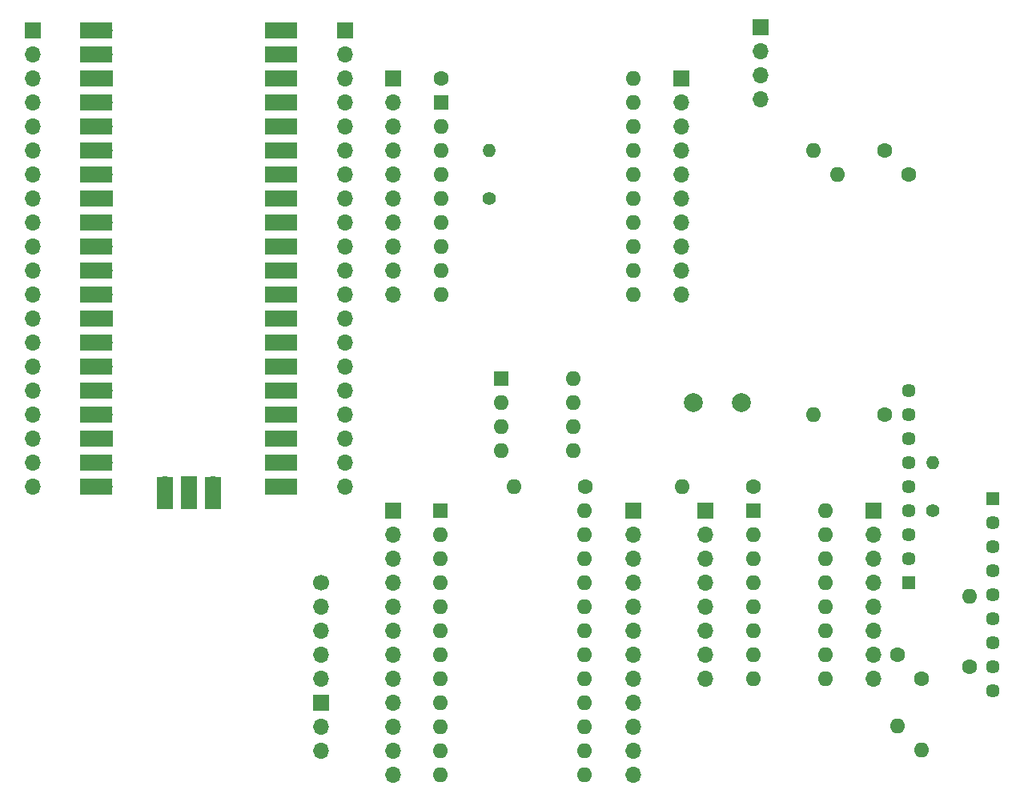
<source format=gbr>
%TF.GenerationSoftware,KiCad,Pcbnew,(6.0.7)*%
%TF.CreationDate,2022-09-18T20:43:17-07:00*%
%TF.ProjectId,module_board,6d6f6475-6c65-45f6-926f-6172642e6b69,rev?*%
%TF.SameCoordinates,Original*%
%TF.FileFunction,Soldermask,Top*%
%TF.FilePolarity,Negative*%
%FSLAX46Y46*%
G04 Gerber Fmt 4.6, Leading zero omitted, Abs format (unit mm)*
G04 Created by KiCad (PCBNEW (6.0.7)) date 2022-09-18 20:43:17*
%MOMM*%
%LPD*%
G01*
G04 APERTURE LIST*
%ADD10R,1.600000X1.600000*%
%ADD11O,1.600000X1.600000*%
%ADD12C,1.600000*%
%ADD13R,1.700000X1.700000*%
%ADD14O,1.700000X1.700000*%
%ADD15C,1.700000*%
%ADD16R,1.700000X3.500000*%
%ADD17R,3.500000X1.700000*%
%ADD18C,1.450000*%
%ADD19R,1.450000X1.450000*%
%ADD20O,1.400000X1.400000*%
%ADD21C,1.400000*%
%ADD22C,2.000000*%
G04 APERTURE END LIST*
D10*
%TO.C,U4*%
X148585000Y-93980000D03*
D11*
X148585000Y-96520000D03*
X148585000Y-99060000D03*
X148585000Y-101600000D03*
X148585000Y-104140000D03*
X148585000Y-106680000D03*
X148585000Y-109220000D03*
X148585000Y-111760000D03*
X148585000Y-114300000D03*
X148585000Y-116840000D03*
X148585000Y-119380000D03*
X148585000Y-121920000D03*
X163825000Y-121920000D03*
X163825000Y-119380000D03*
X163825000Y-116840000D03*
X163825000Y-114300000D03*
X163825000Y-111760000D03*
X163825000Y-109220000D03*
X163825000Y-106680000D03*
X163825000Y-104140000D03*
X163825000Y-101600000D03*
X163825000Y-99060000D03*
X163825000Y-96520000D03*
X163825000Y-93980000D03*
%TD*%
D12*
%TO.C,C1*%
X163830000Y-91440000D03*
D11*
X156330000Y-91440000D03*
%TD*%
D10*
%TO.C,U2*%
X154950000Y-80020000D03*
D11*
X154950000Y-82560000D03*
X154950000Y-85100000D03*
X154950000Y-87640000D03*
X162570000Y-87640000D03*
X162570000Y-85100000D03*
X162570000Y-82560000D03*
X162570000Y-80020000D03*
%TD*%
D13*
%TO.C,J7*%
X168910000Y-93980000D03*
D14*
X168910000Y-96520000D03*
X168910000Y-99060000D03*
X168910000Y-101600000D03*
X168910000Y-104140000D03*
X168910000Y-106680000D03*
X168910000Y-109220000D03*
X168910000Y-111760000D03*
X168910000Y-114300000D03*
X168910000Y-116840000D03*
X168910000Y-119380000D03*
X168910000Y-121920000D03*
%TD*%
D13*
%TO.C,J6*%
X143510000Y-93980000D03*
D14*
X143510000Y-96520000D03*
X143510000Y-99060000D03*
X143510000Y-101600000D03*
X143510000Y-104140000D03*
X143510000Y-106680000D03*
X143510000Y-109220000D03*
X143510000Y-111760000D03*
X143510000Y-114300000D03*
X143510000Y-116840000D03*
X143510000Y-119380000D03*
X143510000Y-121920000D03*
%TD*%
D15*
%TO.C,J2*%
X135890000Y-101600000D03*
D14*
X135890000Y-104140000D03*
X135890000Y-106680000D03*
X135890000Y-109220000D03*
X135890000Y-111760000D03*
D13*
X135890000Y-114300000D03*
D14*
X135890000Y-116840000D03*
X135890000Y-119380000D03*
%TD*%
%TO.C,J4*%
X143515000Y-71120000D03*
X143515000Y-68580000D03*
X143515000Y-66040000D03*
X143515000Y-63500000D03*
X143515000Y-60960000D03*
X143515000Y-58420000D03*
X143515000Y-55880000D03*
X143515000Y-53340000D03*
X143515000Y-50800000D03*
D13*
X143515000Y-48260000D03*
%TD*%
D12*
%TO.C,U3*%
X148595000Y-48260000D03*
D10*
X148595000Y-50800000D03*
D11*
X148595000Y-53340000D03*
X148595000Y-55880000D03*
X148595000Y-58420000D03*
X148595000Y-60960000D03*
X148595000Y-63500000D03*
X148595000Y-66040000D03*
X148595000Y-68580000D03*
X148595000Y-71120000D03*
X168915000Y-71120000D03*
X168915000Y-68580000D03*
X168915000Y-66040000D03*
X168915000Y-63500000D03*
X168915000Y-60960000D03*
X168915000Y-58420000D03*
X168915000Y-55880000D03*
X168915000Y-53340000D03*
X168915000Y-50800000D03*
X168915000Y-48260000D03*
%TD*%
D14*
%TO.C,J5*%
X173995000Y-71120000D03*
X173995000Y-68580000D03*
X173995000Y-66040000D03*
X173995000Y-63500000D03*
X173995000Y-60960000D03*
X173995000Y-58420000D03*
X173995000Y-55880000D03*
X173995000Y-53340000D03*
X173995000Y-50800000D03*
D13*
X173995000Y-48260000D03*
%TD*%
D16*
%TO.C,U1*%
X124460000Y-92110000D03*
D14*
X124460000Y-91210000D03*
D16*
X121920000Y-92110000D03*
D13*
X121920000Y-91210000D03*
D14*
X119380000Y-91210000D03*
D16*
X119380000Y-92110000D03*
D17*
X131710000Y-43180000D03*
D14*
X130810000Y-43180000D03*
X130810000Y-45720000D03*
D17*
X131710000Y-45720000D03*
D13*
X130810000Y-48260000D03*
D17*
X131710000Y-48260000D03*
D14*
X130810000Y-50800000D03*
D17*
X131710000Y-50800000D03*
X131710000Y-53340000D03*
D14*
X130810000Y-53340000D03*
X130810000Y-55880000D03*
D17*
X131710000Y-55880000D03*
D14*
X130810000Y-58420000D03*
D17*
X131710000Y-58420000D03*
D13*
X130810000Y-60960000D03*
D17*
X131710000Y-60960000D03*
X131710000Y-63500000D03*
D14*
X130810000Y-63500000D03*
D17*
X131710000Y-66040000D03*
D14*
X130810000Y-66040000D03*
X130810000Y-68580000D03*
D17*
X131710000Y-68580000D03*
X131710000Y-71120000D03*
D14*
X130810000Y-71120000D03*
D17*
X131710000Y-73660000D03*
D13*
X130810000Y-73660000D03*
D17*
X131710000Y-76200000D03*
D14*
X130810000Y-76200000D03*
X130810000Y-78740000D03*
D17*
X131710000Y-78740000D03*
D14*
X130810000Y-81280000D03*
D17*
X131710000Y-81280000D03*
X131710000Y-83820000D03*
D14*
X130810000Y-83820000D03*
D13*
X130810000Y-86360000D03*
D17*
X131710000Y-86360000D03*
D14*
X130810000Y-88900000D03*
D17*
X131710000Y-88900000D03*
D14*
X130810000Y-91440000D03*
D17*
X131710000Y-91440000D03*
D14*
X113030000Y-91440000D03*
D17*
X112130000Y-91440000D03*
X112130000Y-88900000D03*
D14*
X113030000Y-88900000D03*
D13*
X113030000Y-86360000D03*
D17*
X112130000Y-86360000D03*
D14*
X113030000Y-83820000D03*
D17*
X112130000Y-83820000D03*
D14*
X113030000Y-81280000D03*
D17*
X112130000Y-81280000D03*
X112130000Y-78740000D03*
D14*
X113030000Y-78740000D03*
X113030000Y-76200000D03*
D17*
X112130000Y-76200000D03*
X112130000Y-73660000D03*
D13*
X113030000Y-73660000D03*
D17*
X112130000Y-71120000D03*
D14*
X113030000Y-71120000D03*
X113030000Y-68580000D03*
D17*
X112130000Y-68580000D03*
X112130000Y-66040000D03*
D14*
X113030000Y-66040000D03*
X113030000Y-63500000D03*
D17*
X112130000Y-63500000D03*
X112130000Y-60960000D03*
D13*
X113030000Y-60960000D03*
D14*
X113030000Y-58420000D03*
D17*
X112130000Y-58420000D03*
X112130000Y-55880000D03*
D14*
X113030000Y-55880000D03*
D17*
X112130000Y-53340000D03*
D14*
X113030000Y-53340000D03*
D17*
X112130000Y-50800000D03*
D14*
X113030000Y-50800000D03*
D13*
X113030000Y-48260000D03*
D17*
X112130000Y-48260000D03*
X112130000Y-45720000D03*
D14*
X113030000Y-45720000D03*
D17*
X112130000Y-43180000D03*
D14*
X113030000Y-43180000D03*
%TD*%
D18*
%TO.C,U7*%
X206980000Y-113030000D03*
X206980000Y-110490000D03*
X206980000Y-107950000D03*
X206980000Y-105410000D03*
X206980000Y-102870000D03*
X206980000Y-100330000D03*
X206980000Y-97790000D03*
X206980000Y-95250000D03*
D19*
X206980000Y-92710000D03*
%TD*%
D18*
%TO.C,U6*%
X198090000Y-81280000D03*
X198090000Y-83820000D03*
X198090000Y-86360000D03*
X198090000Y-88900000D03*
X198090000Y-91440000D03*
X198090000Y-93980000D03*
X198090000Y-96520000D03*
X198090000Y-99060000D03*
D19*
X198090000Y-101600000D03*
%TD*%
D11*
%TO.C,U5*%
X189230000Y-93980000D03*
X189230000Y-96520000D03*
X189230000Y-99060000D03*
X189230000Y-101600000D03*
X189230000Y-104140000D03*
X189230000Y-106680000D03*
X189230000Y-109220000D03*
X189230000Y-111760000D03*
X181610000Y-111760000D03*
X181610000Y-109220000D03*
X181610000Y-106680000D03*
X181610000Y-104140000D03*
X181610000Y-101600000D03*
X181610000Y-99060000D03*
X181610000Y-96520000D03*
D10*
X181610000Y-93980000D03*
%TD*%
D20*
%TO.C,R2*%
X200600000Y-88900000D03*
D21*
X200600000Y-93980000D03*
%TD*%
%TO.C,R1*%
X153670000Y-60960000D03*
D20*
X153670000Y-55880000D03*
%TD*%
D13*
%TO.C,J10*%
X182372000Y-42799000D03*
D14*
X182372000Y-45339000D03*
X182372000Y-47879000D03*
X182372000Y-50419000D03*
%TD*%
D13*
%TO.C,J9*%
X194310000Y-93980000D03*
D14*
X194310000Y-96520000D03*
X194310000Y-99060000D03*
X194310000Y-101600000D03*
X194310000Y-104140000D03*
X194310000Y-106680000D03*
X194310000Y-109220000D03*
X194310000Y-111760000D03*
%TD*%
D13*
%TO.C,J8*%
X176530000Y-93980000D03*
D14*
X176530000Y-96520000D03*
X176530000Y-99060000D03*
X176530000Y-101600000D03*
X176530000Y-104140000D03*
X176530000Y-106680000D03*
X176530000Y-109220000D03*
X176530000Y-111760000D03*
%TD*%
%TO.C,J3*%
X138430000Y-91440000D03*
X138430000Y-88900000D03*
X138430000Y-86360000D03*
X138430000Y-83820000D03*
X138430000Y-81280000D03*
X138430000Y-78740000D03*
X138430000Y-76200000D03*
X138430000Y-73660000D03*
X138430000Y-71120000D03*
X138430000Y-68580000D03*
X138430000Y-66040000D03*
X138430000Y-63500000D03*
X138430000Y-60960000D03*
X138430000Y-58420000D03*
X138430000Y-55880000D03*
X138430000Y-53340000D03*
X138430000Y-50800000D03*
X138430000Y-48260000D03*
X138430000Y-45720000D03*
D13*
X138430000Y-43180000D03*
%TD*%
D14*
%TO.C,J1*%
X105410000Y-91440000D03*
X105410000Y-88900000D03*
X105410000Y-86360000D03*
X105410000Y-83820000D03*
X105410000Y-81280000D03*
X105410000Y-78740000D03*
X105410000Y-76200000D03*
X105410000Y-73660000D03*
X105410000Y-71120000D03*
X105410000Y-68580000D03*
X105410000Y-66040000D03*
X105410000Y-63500000D03*
X105410000Y-60960000D03*
X105410000Y-58420000D03*
X105410000Y-55880000D03*
X105410000Y-53340000D03*
X105410000Y-50800000D03*
X105410000Y-48260000D03*
X105410000Y-45720000D03*
D13*
X105410000Y-43180000D03*
%TD*%
D22*
%TO.C,FB1*%
X175260000Y-82550000D03*
X180340000Y-82550000D03*
%TD*%
D12*
%TO.C,C8*%
X204470000Y-110490000D03*
D11*
X204470000Y-102990000D03*
%TD*%
D12*
%TO.C,C7*%
X195520000Y-83820000D03*
D11*
X188020000Y-83820000D03*
%TD*%
%TO.C,C6*%
X190560000Y-58420000D03*
D12*
X198060000Y-58420000D03*
%TD*%
D11*
%TO.C,C5*%
X188020000Y-55880000D03*
D12*
X195520000Y-55880000D03*
%TD*%
D11*
%TO.C,C4*%
X199390000Y-119260000D03*
D12*
X199390000Y-111760000D03*
%TD*%
%TO.C,C3*%
X196850000Y-109220000D03*
D11*
X196850000Y-116720000D03*
%TD*%
%TO.C,C2*%
X174110000Y-91440000D03*
D12*
X181610000Y-91440000D03*
%TD*%
M02*

</source>
